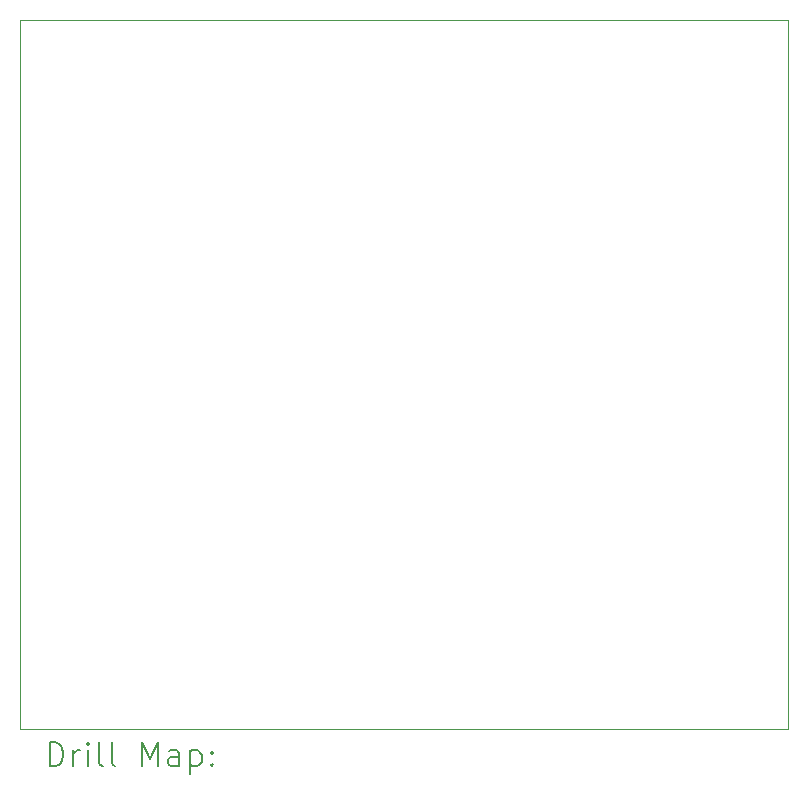
<source format=gbr>
%FSLAX45Y45*%
G04 Gerber Fmt 4.5, Leading zero omitted, Abs format (unit mm)*
G04 Created by KiCad (PCBNEW (6.0.6)) date 2022-08-29 09:39:00*
%MOMM*%
%LPD*%
G01*
G04 APERTURE LIST*
%TA.AperFunction,Profile*%
%ADD10C,0.100000*%
%TD*%
%ADD11C,0.200000*%
G04 APERTURE END LIST*
D10*
X12491720Y-7856220D02*
X5989320Y-7856220D01*
X5989320Y-7856220D02*
X5989320Y-1851660D01*
X5989320Y-1851660D02*
X12491720Y-1851660D01*
X12491720Y-1851660D02*
X12491720Y-7856220D01*
D11*
X6241939Y-8171696D02*
X6241939Y-7971696D01*
X6289558Y-7971696D01*
X6318129Y-7981220D01*
X6337177Y-8000268D01*
X6346701Y-8019315D01*
X6356225Y-8057410D01*
X6356225Y-8085982D01*
X6346701Y-8124077D01*
X6337177Y-8143125D01*
X6318129Y-8162172D01*
X6289558Y-8171696D01*
X6241939Y-8171696D01*
X6441939Y-8171696D02*
X6441939Y-8038363D01*
X6441939Y-8076458D02*
X6451463Y-8057410D01*
X6460987Y-8047887D01*
X6480034Y-8038363D01*
X6499082Y-8038363D01*
X6565748Y-8171696D02*
X6565748Y-8038363D01*
X6565748Y-7971696D02*
X6556225Y-7981220D01*
X6565748Y-7990744D01*
X6575272Y-7981220D01*
X6565748Y-7971696D01*
X6565748Y-7990744D01*
X6689558Y-8171696D02*
X6670510Y-8162172D01*
X6660987Y-8143125D01*
X6660987Y-7971696D01*
X6794320Y-8171696D02*
X6775272Y-8162172D01*
X6765748Y-8143125D01*
X6765748Y-7971696D01*
X7022891Y-8171696D02*
X7022891Y-7971696D01*
X7089558Y-8114553D01*
X7156225Y-7971696D01*
X7156225Y-8171696D01*
X7337177Y-8171696D02*
X7337177Y-8066934D01*
X7327653Y-8047887D01*
X7308606Y-8038363D01*
X7270510Y-8038363D01*
X7251463Y-8047887D01*
X7337177Y-8162172D02*
X7318129Y-8171696D01*
X7270510Y-8171696D01*
X7251463Y-8162172D01*
X7241939Y-8143125D01*
X7241939Y-8124077D01*
X7251463Y-8105029D01*
X7270510Y-8095506D01*
X7318129Y-8095506D01*
X7337177Y-8085982D01*
X7432415Y-8038363D02*
X7432415Y-8238363D01*
X7432415Y-8047887D02*
X7451463Y-8038363D01*
X7489558Y-8038363D01*
X7508606Y-8047887D01*
X7518129Y-8057410D01*
X7527653Y-8076458D01*
X7527653Y-8133601D01*
X7518129Y-8152648D01*
X7508606Y-8162172D01*
X7489558Y-8171696D01*
X7451463Y-8171696D01*
X7432415Y-8162172D01*
X7613368Y-8152648D02*
X7622891Y-8162172D01*
X7613368Y-8171696D01*
X7603844Y-8162172D01*
X7613368Y-8152648D01*
X7613368Y-8171696D01*
X7613368Y-8047887D02*
X7622891Y-8057410D01*
X7613368Y-8066934D01*
X7603844Y-8057410D01*
X7613368Y-8047887D01*
X7613368Y-8066934D01*
M02*

</source>
